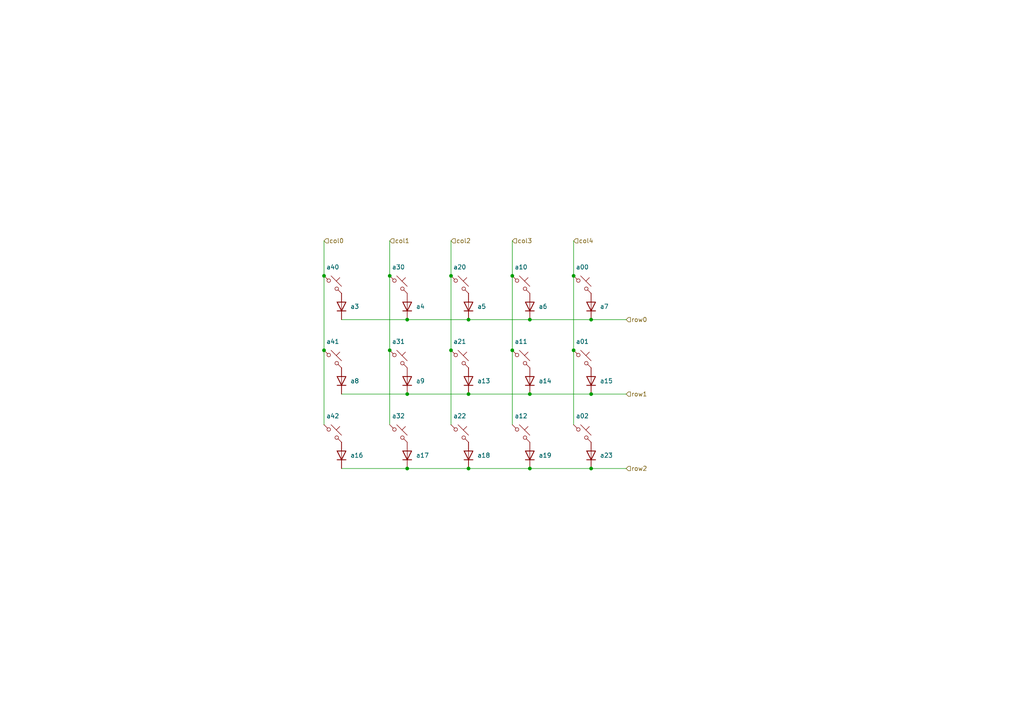
<source format=kicad_sch>
(kicad_sch
	(version 20250114)
	(generator "eeschema")
	(generator_version "9.0")
	(uuid "d79f81ef-2ce2-44f8-8c51-6b22aa17a95a")
	(paper "A4")
	(lib_symbols
		(symbol "ScottoKeebs:Placeholder_Diode"
			(pin_numbers
				(hide yes)
			)
			(pin_names
				(hide yes)
			)
			(exclude_from_sim no)
			(in_bom yes)
			(on_board yes)
			(property "Reference" "D"
				(at 0 2.54 0)
				(effects
					(font
						(size 1.27 1.27)
					)
				)
			)
			(property "Value" "Diode"
				(at 0 -2.54 0)
				(effects
					(font
						(size 1.27 1.27)
					)
				)
			)
			(property "Footprint" ""
				(at 0 0 0)
				(effects
					(font
						(size 1.27 1.27)
					)
					(hide yes)
				)
			)
			(property "Datasheet" ""
				(at 0 0 0)
				(effects
					(font
						(size 1.27 1.27)
					)
					(hide yes)
				)
			)
			(property "Description" "1N4148 (DO-35) or 1N4148W (SOD-123)"
				(at 0 0 0)
				(effects
					(font
						(size 1.27 1.27)
					)
					(hide yes)
				)
			)
			(property "Sim.Device" "D"
				(at 0 0 0)
				(effects
					(font
						(size 1.27 1.27)
					)
					(hide yes)
				)
			)
			(property "Sim.Pins" "1=K 2=A"
				(at 0 0 0)
				(effects
					(font
						(size 1.27 1.27)
					)
					(hide yes)
				)
			)
			(property "ki_keywords" "diode"
				(at 0 0 0)
				(effects
					(font
						(size 1.27 1.27)
					)
					(hide yes)
				)
			)
			(property "ki_fp_filters" "D*DO?35*"
				(at 0 0 0)
				(effects
					(font
						(size 1.27 1.27)
					)
					(hide yes)
				)
			)
			(symbol "Placeholder_Diode_0_1"
				(polyline
					(pts
						(xy -1.27 1.27) (xy -1.27 -1.27)
					)
					(stroke
						(width 0.254)
						(type default)
					)
					(fill
						(type none)
					)
				)
				(polyline
					(pts
						(xy 1.27 1.27) (xy 1.27 -1.27) (xy -1.27 0) (xy 1.27 1.27)
					)
					(stroke
						(width 0.254)
						(type default)
					)
					(fill
						(type none)
					)
				)
				(polyline
					(pts
						(xy 1.27 0) (xy -1.27 0)
					)
					(stroke
						(width 0)
						(type default)
					)
					(fill
						(type none)
					)
				)
			)
			(symbol "Placeholder_Diode_1_1"
				(pin passive line
					(at -3.81 0 0)
					(length 2.54)
					(name "K"
						(effects
							(font
								(size 1.27 1.27)
							)
						)
					)
					(number "1"
						(effects
							(font
								(size 1.27 1.27)
							)
						)
					)
				)
				(pin passive line
					(at 3.81 0 180)
					(length 2.54)
					(name "A"
						(effects
							(font
								(size 1.27 1.27)
							)
						)
					)
					(number "2"
						(effects
							(font
								(size 1.27 1.27)
							)
						)
					)
				)
			)
			(embedded_fonts no)
		)
		(symbol "ScottoKeebs:Placeholder_Keyswitch"
			(pin_numbers
				(hide yes)
			)
			(pin_names
				(offset 1.016)
				(hide yes)
			)
			(exclude_from_sim no)
			(in_bom yes)
			(on_board yes)
			(property "Reference" "S"
				(at 3.048 1.016 0)
				(effects
					(font
						(size 1.27 1.27)
					)
					(justify left)
				)
			)
			(property "Value" "Keyswitch"
				(at 0 -3.81 0)
				(effects
					(font
						(size 1.27 1.27)
					)
				)
			)
			(property "Footprint" ""
				(at 0 0 0)
				(effects
					(font
						(size 1.27 1.27)
					)
					(hide yes)
				)
			)
			(property "Datasheet" "~"
				(at 0 0 0)
				(effects
					(font
						(size 1.27 1.27)
					)
					(hide yes)
				)
			)
			(property "Description" "Push button switch, normally open, two pins, 45° tilted"
				(at 0 0 0)
				(effects
					(font
						(size 1.27 1.27)
					)
					(hide yes)
				)
			)
			(property "ki_keywords" "switch normally-open pushbutton push-button"
				(at 0 0 0)
				(effects
					(font
						(size 1.27 1.27)
					)
					(hide yes)
				)
			)
			(symbol "Placeholder_Keyswitch_0_1"
				(polyline
					(pts
						(xy -2.54 2.54) (xy -1.524 1.524) (xy -1.524 1.524)
					)
					(stroke
						(width 0)
						(type default)
					)
					(fill
						(type none)
					)
				)
				(circle
					(center -1.1684 1.1684)
					(radius 0.508)
					(stroke
						(width 0)
						(type default)
					)
					(fill
						(type none)
					)
				)
				(polyline
					(pts
						(xy -0.508 2.54) (xy 2.54 -0.508)
					)
					(stroke
						(width 0)
						(type default)
					)
					(fill
						(type none)
					)
				)
				(polyline
					(pts
						(xy 1.016 1.016) (xy 2.032 2.032)
					)
					(stroke
						(width 0)
						(type default)
					)
					(fill
						(type none)
					)
				)
				(circle
					(center 1.143 -1.1938)
					(radius 0.508)
					(stroke
						(width 0)
						(type default)
					)
					(fill
						(type none)
					)
				)
				(polyline
					(pts
						(xy 1.524 -1.524) (xy 2.54 -2.54) (xy 2.54 -2.54) (xy 2.54 -2.54)
					)
					(stroke
						(width 0)
						(type default)
					)
					(fill
						(type none)
					)
				)
				(pin passive line
					(at -2.54 2.54 0)
					(length 0)
					(name "1"
						(effects
							(font
								(size 1.27 1.27)
							)
						)
					)
					(number "1"
						(effects
							(font
								(size 1.27 1.27)
							)
						)
					)
				)
				(pin passive line
					(at 2.54 -2.54 180)
					(length 0)
					(name "2"
						(effects
							(font
								(size 1.27 1.27)
							)
						)
					)
					(number "2"
						(effects
							(font
								(size 1.27 1.27)
							)
						)
					)
				)
			)
			(embedded_fonts no)
		)
	)
	(junction
		(at 113.03 101.6)
		(diameter 0)
		(color 0 0 0 0)
		(uuid "08081039-6230-4b45-aabb-96e676e7886b")
	)
	(junction
		(at 166.37 80.01)
		(diameter 0)
		(color 0 0 0 0)
		(uuid "13260dfb-43c4-447e-89d0-a4e794027509")
	)
	(junction
		(at 166.37 101.6)
		(diameter 0)
		(color 0 0 0 0)
		(uuid "14cfae48-23c5-45bc-bacb-0a86daa05309")
	)
	(junction
		(at 118.11 114.3)
		(diameter 0)
		(color 0 0 0 0)
		(uuid "250e3059-1c21-4f21-80d9-850e7411586f")
	)
	(junction
		(at 130.81 101.6)
		(diameter 0)
		(color 0 0 0 0)
		(uuid "2ed3f03b-8cd3-47c9-8e50-7a2d0f32f732")
	)
	(junction
		(at 130.81 80.01)
		(diameter 0)
		(color 0 0 0 0)
		(uuid "3a6f4208-6e15-4ca9-ba17-342d7df42bb3")
	)
	(junction
		(at 171.45 135.89)
		(diameter 0)
		(color 0 0 0 0)
		(uuid "41df06ee-f747-461b-be26-b57571dee86a")
	)
	(junction
		(at 135.89 135.89)
		(diameter 0)
		(color 0 0 0 0)
		(uuid "4525373c-8c13-47f3-87c5-9f7b9f80651b")
	)
	(junction
		(at 118.11 135.89)
		(diameter 0)
		(color 0 0 0 0)
		(uuid "470ab3f6-ce7e-4f26-b7c4-a8386fd81516")
	)
	(junction
		(at 153.67 92.71)
		(diameter 0)
		(color 0 0 0 0)
		(uuid "493d543f-a6a3-491c-afec-c143d2d7ccaa")
	)
	(junction
		(at 135.89 114.3)
		(diameter 0)
		(color 0 0 0 0)
		(uuid "558a2997-0ec3-425e-9803-9be8840be810")
	)
	(junction
		(at 148.59 80.01)
		(diameter 0)
		(color 0 0 0 0)
		(uuid "59856812-d6cd-44bc-b13e-40362f3f6c2e")
	)
	(junction
		(at 153.67 114.3)
		(diameter 0)
		(color 0 0 0 0)
		(uuid "65f52e24-c048-4525-9d3f-c5adf109dc5b")
	)
	(junction
		(at 171.45 92.71)
		(diameter 0)
		(color 0 0 0 0)
		(uuid "81354467-ed9b-4d8a-8165-288a3d4eef59")
	)
	(junction
		(at 93.98 80.01)
		(diameter 0)
		(color 0 0 0 0)
		(uuid "89405153-6054-40ea-b071-2d0b6bf991c4")
	)
	(junction
		(at 148.59 101.6)
		(diameter 0)
		(color 0 0 0 0)
		(uuid "98f9435a-0f8b-443c-8194-f81c7d8b4ca4")
	)
	(junction
		(at 118.11 92.71)
		(diameter 0)
		(color 0 0 0 0)
		(uuid "994b5fc0-47e8-4855-919a-fe88f470550a")
	)
	(junction
		(at 171.45 114.3)
		(diameter 0)
		(color 0 0 0 0)
		(uuid "9b6059e2-1d3b-4386-84e6-82366e7f1493")
	)
	(junction
		(at 153.67 135.89)
		(diameter 0)
		(color 0 0 0 0)
		(uuid "a818000f-81e3-416a-b054-9a77be7e60c3")
	)
	(junction
		(at 135.89 92.71)
		(diameter 0)
		(color 0 0 0 0)
		(uuid "b04858bc-49b3-4e18-9a60-0a5a6a7e4292")
	)
	(junction
		(at 93.98 101.6)
		(diameter 0)
		(color 0 0 0 0)
		(uuid "de2efe03-4f2c-43d3-a5fa-47300b5fdb3f")
	)
	(junction
		(at 113.03 80.01)
		(diameter 0)
		(color 0 0 0 0)
		(uuid "f5734ff2-5090-4231-8518-a08788f6bcab")
	)
	(wire
		(pts
			(xy 171.45 135.89) (xy 181.61 135.89)
		)
		(stroke
			(width 0)
			(type default)
		)
		(uuid "0f426b54-d49a-4e7a-b208-06cf12b691d6")
	)
	(wire
		(pts
			(xy 93.98 69.85) (xy 93.98 80.01)
		)
		(stroke
			(width 0)
			(type default)
		)
		(uuid "119426b6-76e3-445c-84a3-e97ef4acb639")
	)
	(wire
		(pts
			(xy 113.03 101.6) (xy 113.03 123.19)
		)
		(stroke
			(width 0)
			(type default)
		)
		(uuid "172e06bc-bccc-4904-aec4-b0c61e5da1e1")
	)
	(wire
		(pts
			(xy 99.06 92.71) (xy 118.11 92.71)
		)
		(stroke
			(width 0)
			(type default)
		)
		(uuid "1923fe21-e78c-471a-b9c8-8422e8c15d87")
	)
	(wire
		(pts
			(xy 130.81 69.85) (xy 130.81 80.01)
		)
		(stroke
			(width 0)
			(type default)
		)
		(uuid "1b6fb519-9df7-491e-8873-e3ea8c53ec64")
	)
	(wire
		(pts
			(xy 113.03 80.01) (xy 113.03 101.6)
		)
		(stroke
			(width 0)
			(type default)
		)
		(uuid "1b9d533a-acb4-4df8-ac13-f1cf5b923c07")
	)
	(wire
		(pts
			(xy 135.89 135.89) (xy 153.67 135.89)
		)
		(stroke
			(width 0)
			(type default)
		)
		(uuid "2454b295-0927-46be-963a-7ed79a0c793a")
	)
	(wire
		(pts
			(xy 113.03 69.85) (xy 113.03 80.01)
		)
		(stroke
			(width 0)
			(type default)
		)
		(uuid "4a9ffffb-97a9-4bae-aed3-4abada6dc839")
	)
	(wire
		(pts
			(xy 135.89 114.3) (xy 153.67 114.3)
		)
		(stroke
			(width 0)
			(type default)
		)
		(uuid "4fd0c0ba-3af5-4d35-b473-5dae9a620e04")
	)
	(wire
		(pts
			(xy 153.67 92.71) (xy 171.45 92.71)
		)
		(stroke
			(width 0)
			(type default)
		)
		(uuid "60e83b58-94f2-422c-a39c-7c41cf4cf38b")
	)
	(wire
		(pts
			(xy 166.37 80.01) (xy 166.37 101.6)
		)
		(stroke
			(width 0)
			(type default)
		)
		(uuid "71e3baf7-0f78-4454-814f-f89b7eae6b80")
	)
	(wire
		(pts
			(xy 153.67 114.3) (xy 171.45 114.3)
		)
		(stroke
			(width 0)
			(type default)
		)
		(uuid "7e0ed225-fff0-466d-8718-0cf555089670")
	)
	(wire
		(pts
			(xy 130.81 80.01) (xy 130.81 101.6)
		)
		(stroke
			(width 0)
			(type default)
		)
		(uuid "80d5594e-ef07-4175-a6df-6f118dcbe3e5")
	)
	(wire
		(pts
			(xy 148.59 101.6) (xy 148.59 123.19)
		)
		(stroke
			(width 0)
			(type default)
		)
		(uuid "876cbf97-bda4-4a39-8384-3babe4a10f50")
	)
	(wire
		(pts
			(xy 148.59 69.85) (xy 148.59 80.01)
		)
		(stroke
			(width 0)
			(type default)
		)
		(uuid "89fe2985-ce89-4a85-951b-940621965760")
	)
	(wire
		(pts
			(xy 153.67 135.89) (xy 171.45 135.89)
		)
		(stroke
			(width 0)
			(type default)
		)
		(uuid "8a9983a2-e425-49ad-9290-d7c8779d1bc8")
	)
	(wire
		(pts
			(xy 99.06 135.89) (xy 118.11 135.89)
		)
		(stroke
			(width 0)
			(type default)
		)
		(uuid "8cd8d74f-c335-4728-9844-d065e6d4538e")
	)
	(wire
		(pts
			(xy 135.89 92.71) (xy 153.67 92.71)
		)
		(stroke
			(width 0)
			(type default)
		)
		(uuid "991fa906-3a27-46b1-aab7-92c93bfc967b")
	)
	(wire
		(pts
			(xy 99.06 114.3) (xy 118.11 114.3)
		)
		(stroke
			(width 0)
			(type default)
		)
		(uuid "aaeadbc7-16c3-42ff-a86c-02eab2c41d8f")
	)
	(wire
		(pts
			(xy 118.11 135.89) (xy 135.89 135.89)
		)
		(stroke
			(width 0)
			(type default)
		)
		(uuid "ad8fcd35-5687-4815-a1ea-4146c90c139c")
	)
	(wire
		(pts
			(xy 118.11 114.3) (xy 135.89 114.3)
		)
		(stroke
			(width 0)
			(type default)
		)
		(uuid "afa4d1e7-aff1-490b-a1ee-1ed665956502")
	)
	(wire
		(pts
			(xy 166.37 69.85) (xy 166.37 80.01)
		)
		(stroke
			(width 0)
			(type default)
		)
		(uuid "b240102e-be4b-4ac9-83fa-c01c17abd0c2")
	)
	(wire
		(pts
			(xy 171.45 92.71) (xy 181.61 92.71)
		)
		(stroke
			(width 0)
			(type default)
		)
		(uuid "b2ce4bc2-5425-4204-93e6-d7c664b5381b")
	)
	(wire
		(pts
			(xy 130.81 101.6) (xy 130.81 123.19)
		)
		(stroke
			(width 0)
			(type default)
		)
		(uuid "bd40b086-858a-4c03-a227-bfeccc47575c")
	)
	(wire
		(pts
			(xy 148.59 80.01) (xy 148.59 101.6)
		)
		(stroke
			(width 0)
			(type default)
		)
		(uuid "c6bfc64f-d342-40ac-9f16-98fca3b530ed")
	)
	(wire
		(pts
			(xy 166.37 101.6) (xy 166.37 123.19)
		)
		(stroke
			(width 0)
			(type default)
		)
		(uuid "d448eb00-e18f-4c89-b514-c82fde53acff")
	)
	(wire
		(pts
			(xy 93.98 101.6) (xy 93.98 123.19)
		)
		(stroke
			(width 0)
			(type default)
		)
		(uuid "d508723f-873c-43fb-91e3-4bf32792fca7")
	)
	(wire
		(pts
			(xy 171.45 114.3) (xy 181.61 114.3)
		)
		(stroke
			(width 0)
			(type default)
		)
		(uuid "e865f9d4-a083-4d04-8927-a06eb8a4d101")
	)
	(wire
		(pts
			(xy 118.11 92.71) (xy 135.89 92.71)
		)
		(stroke
			(width 0)
			(type default)
		)
		(uuid "f3088ede-b5de-479d-bd88-f8280d6e8127")
	)
	(wire
		(pts
			(xy 93.98 80.01) (xy 93.98 101.6)
		)
		(stroke
			(width 0)
			(type default)
		)
		(uuid "fd024e57-d76c-4e67-85c7-a1fc155d4d89")
	)
	(hierarchical_label "row2"
		(shape input)
		(at 181.61 135.89 0)
		(effects
			(font
				(size 1.27 1.27)
			)
			(justify left)
		)
		(uuid "212a36cb-0fa9-4eba-9d53-4a933c810d0e")
	)
	(hierarchical_label "col1"
		(shape input)
		(at 113.03 69.85 0)
		(effects
			(font
				(size 1.27 1.27)
			)
			(justify left)
		)
		(uuid "2f5a41fd-ad1d-42de-bef3-dedea909553c")
	)
	(hierarchical_label "row0"
		(shape input)
		(at 181.61 92.71 0)
		(effects
			(font
				(size 1.27 1.27)
			)
			(justify left)
		)
		(uuid "3168d782-dce9-4adc-ab50-cd9d7021859c")
	)
	(hierarchical_label "col2"
		(shape input)
		(at 130.81 69.85 0)
		(effects
			(font
				(size 1.27 1.27)
			)
			(justify left)
		)
		(uuid "3915e8f8-7e66-4d3c-9a6a-47b4bc99b97d")
	)
	(hierarchical_label "col4"
		(shape input)
		(at 166.37 69.85 0)
		(effects
			(font
				(size 1.27 1.27)
			)
			(justify left)
		)
		(uuid "505ffa35-73f9-48e9-aa35-0314adcb8e8f")
	)
	(hierarchical_label "col3"
		(shape input)
		(at 148.59 69.85 0)
		(effects
			(font
				(size 1.27 1.27)
			)
			(justify left)
		)
		(uuid "86caf4f9-cbfa-4f52-b02b-a8e8617a1da6")
	)
	(hierarchical_label "col0"
		(shape input)
		(at 93.98 69.85 0)
		(effects
			(font
				(size 1.27 1.27)
			)
			(justify left)
		)
		(uuid "be3064c5-01bd-4653-bf6b-ff4f5ceb9e6d")
	)
	(hierarchical_label "row1"
		(shape input)
		(at 181.61 114.3 0)
		(effects
			(font
				(size 1.27 1.27)
			)
			(justify left)
		)
		(uuid "da764f83-22c5-4ed2-84c0-6c91307765b2")
	)
	(symbol
		(lib_id "ScottoKeebs:Placeholder_Diode")
		(at 118.11 88.9 90)
		(unit 1)
		(exclude_from_sim no)
		(in_bom yes)
		(on_board yes)
		(dnp no)
		(fields_autoplaced yes)
		(uuid "059ca16d-56b3-4c73-964d-32bca416567a")
		(property "Reference" "a4"
			(at 120.65 88.8999 90)
			(effects
				(font
					(size 1.27 1.27)
				)
				(justify right)
			)
		)
		(property "Value" "Diode"
			(at 120.65 90.1699 90)
			(effects
				(font
					(size 1.27 1.27)
				)
				(justify right)
				(hide yes)
			)
		)
		(property "Footprint" "ScottoKeebs_Components:Diode_SOD-123"
			(at 118.11 88.9 0)
			(effects
				(font
					(size 1.27 1.27)
				)
				(hide yes)
			)
		)
		(property "Datasheet" ""
			(at 118.11 88.9 0)
			(effects
				(font
					(size 1.27 1.27)
				)
				(hide yes)
			)
		)
		(property "Description" "1N4148 (DO-35) or 1N4148W (SOD-123)"
			(at 118.11 88.9 0)
			(effects
				(font
					(size 1.27 1.27)
				)
				(hide yes)
			)
		)
		(property "Sim.Device" "D"
			(at 118.11 88.9 0)
			(effects
				(font
					(size 1.27 1.27)
				)
				(hide yes)
			)
		)
		(property "Sim.Pins" "1=K 2=A"
			(at 118.11 88.9 0)
			(effects
				(font
					(size 1.27 1.27)
				)
				(hide yes)
			)
		)
		(pin "2"
			(uuid "97ab3cc1-c6ab-42db-aa04-cdb2bcf2145a")
		)
		(pin "1"
			(uuid "b9042115-76f1-437a-82c9-1c3fefb04e74")
		)
		(instances
			(project "singlepcbino"
				(path "/d56fbeaf-dcff-40eb-93ec-294284ae080f/64000328-daa8-46ee-b3dc-2f90358fe1f4"
					(reference "a4")
					(unit 1)
				)
				(path "/d56fbeaf-dcff-40eb-93ec-294284ae080f/a77a7422-2b42-4d41-ae20-25ae7b9fea01"
					(reference "a2")
					(unit 1)
				)
			)
		)
	)
	(symbol
		(lib_id "ScottoKeebs:Placeholder_Keyswitch")
		(at 96.52 125.73 0)
		(unit 1)
		(exclude_from_sim no)
		(in_bom yes)
		(on_board yes)
		(dnp no)
		(fields_autoplaced yes)
		(uuid "05a5a4b2-3916-4de0-984e-4ebd90fab98b")
		(property "Reference" "S21"
			(at 96.52 118.11 0)
			(effects
				(font
					(size 1.27 1.27)
				)
				(hide yes)
			)
		)
		(property "Value" "a42"
			(at 96.52 120.65 0)
			(effects
				(font
					(size 1.27 1.27)
				)
			)
		)
		(property "Footprint" "daprice_keyswitches:Kailh_socket_MX"
			(at 96.52 125.73 0)
			(effects
				(font
					(size 1.27 1.27)
				)
				(hide yes)
			)
		)
		(property "Datasheet" "~"
			(at 96.52 125.73 0)
			(effects
				(font
					(size 1.27 1.27)
				)
				(hide yes)
			)
		)
		(property "Description" "Push button switch, normally open, two pins, 45° tilted"
			(at 96.52 125.73 0)
			(effects
				(font
					(size 1.27 1.27)
				)
				(hide yes)
			)
		)
		(pin "1"
			(uuid "b8642591-15fd-4893-be3b-cb8ba662f147")
		)
		(pin "2"
			(uuid "255c000a-c332-446b-a1f1-b4654c53419c")
		)
		(instances
			(project "singlepcbino"
				(path "/d56fbeaf-dcff-40eb-93ec-294284ae080f/64000328-daa8-46ee-b3dc-2f90358fe1f4"
					(reference "S21")
					(unit 1)
				)
				(path "/d56fbeaf-dcff-40eb-93ec-294284ae080f/a77a7422-2b42-4d41-ae20-25ae7b9fea01"
					(reference "S24")
					(unit 1)
				)
			)
		)
	)
	(symbol
		(lib_id "ScottoKeebs:Placeholder_Keyswitch")
		(at 133.35 125.73 0)
		(unit 1)
		(exclude_from_sim no)
		(in_bom yes)
		(on_board yes)
		(dnp no)
		(fields_autoplaced yes)
		(uuid "079e736f-7b3f-4599-a10e-df40e703560a")
		(property "Reference" "S23"
			(at 133.35 118.11 0)
			(effects
				(font
					(size 1.27 1.27)
				)
				(hide yes)
			)
		)
		(property "Value" "a22"
			(at 133.35 120.65 0)
			(effects
				(font
					(size 1.27 1.27)
				)
			)
		)
		(property "Footprint" "daprice_keyswitches:Kailh_socket_MX"
			(at 133.35 125.73 0)
			(effects
				(font
					(size 1.27 1.27)
				)
				(hide yes)
			)
		)
		(property "Datasheet" "~"
			(at 133.35 125.73 0)
			(effects
				(font
					(size 1.27 1.27)
				)
				(hide yes)
			)
		)
		(property "Description" "Push button switch, normally open, two pins, 45° tilted"
			(at 133.35 125.73 0)
			(effects
				(font
					(size 1.27 1.27)
				)
				(hide yes)
			)
		)
		(pin "1"
			(uuid "d10256ac-d790-4e82-95a3-e8e39dad8210")
		)
		(pin "2"
			(uuid "2927c3f6-cccf-4a1e-93d3-d5d72beba96a")
		)
		(instances
			(project "singlepcbino"
				(path "/d56fbeaf-dcff-40eb-93ec-294284ae080f/64000328-daa8-46ee-b3dc-2f90358fe1f4"
					(reference "S23")
					(unit 1)
				)
				(path "/d56fbeaf-dcff-40eb-93ec-294284ae080f/a77a7422-2b42-4d41-ae20-25ae7b9fea01"
					(reference "S26")
					(unit 1)
				)
			)
		)
	)
	(symbol
		(lib_id "ScottoKeebs:Placeholder_Diode")
		(at 171.45 110.49 90)
		(unit 1)
		(exclude_from_sim no)
		(in_bom yes)
		(on_board yes)
		(dnp no)
		(fields_autoplaced yes)
		(uuid "12cab0d5-094a-4e14-83be-2aeb2ebfd743")
		(property "Reference" "a15"
			(at 173.99 110.4899 90)
			(effects
				(font
					(size 1.27 1.27)
				)
				(justify right)
			)
		)
		(property "Value" "Diode"
			(at 173.99 111.7599 90)
			(effects
				(font
					(size 1.27 1.27)
				)
				(justify right)
				(hide yes)
			)
		)
		(property "Footprint" "ScottoKeebs_Components:Diode_SOD-123"
			(at 171.45 110.49 0)
			(effects
				(font
					(size 1.27 1.27)
				)
				(hide yes)
			)
		)
		(property "Datasheet" ""
			(at 171.45 110.49 0)
			(effects
				(font
					(size 1.27 1.27)
				)
				(hide yes)
			)
		)
		(property "Description" "1N4148 (DO-35) or 1N4148W (SOD-123)"
			(at 171.45 110.49 0)
			(effects
				(font
					(size 1.27 1.27)
				)
				(hide yes)
			)
		)
		(property "Sim.Device" "D"
			(at 171.45 110.49 0)
			(effects
				(font
					(size 1.27 1.27)
				)
				(hide yes)
			)
		)
		(property "Sim.Pins" "1=K 2=A"
			(at 171.45 110.49 0)
			(effects
				(font
					(size 1.27 1.27)
				)
				(hide yes)
			)
		)
		(pin "2"
			(uuid "5a537e2f-7a93-407d-9c00-eedbcb862e00")
		)
		(pin "1"
			(uuid "a6190fff-9a31-49dd-bd1e-0cfee09e73f2")
		)
		(instances
			(project "singlepcbino"
				(path "/d56fbeaf-dcff-40eb-93ec-294284ae080f/64000328-daa8-46ee-b3dc-2f90358fe1f4"
					(reference "a15")
					(unit 1)
				)
				(path "/d56fbeaf-dcff-40eb-93ec-294284ae080f/a77a7422-2b42-4d41-ae20-25ae7b9fea01"
					(reference "a25")
					(unit 1)
				)
			)
		)
	)
	(symbol
		(lib_id "ScottoKeebs:Placeholder_Keyswitch")
		(at 151.13 125.73 0)
		(unit 1)
		(exclude_from_sim no)
		(in_bom yes)
		(on_board yes)
		(dnp no)
		(fields_autoplaced yes)
		(uuid "13435cfa-24d4-4cda-9610-31ac75810ae1")
		(property "Reference" "S28"
			(at 151.13 118.11 0)
			(effects
				(font
					(size 1.27 1.27)
				)
				(hide yes)
			)
		)
		(property "Value" "a12"
			(at 151.13 120.65 0)
			(effects
				(font
					(size 1.27 1.27)
				)
			)
		)
		(property "Footprint" "daprice_keyswitches:Kailh_socket_MX"
			(at 151.13 125.73 0)
			(effects
				(font
					(size 1.27 1.27)
				)
				(hide yes)
			)
		)
		(property "Datasheet" "~"
			(at 151.13 125.73 0)
			(effects
				(font
					(size 1.27 1.27)
				)
				(hide yes)
			)
		)
		(property "Description" "Push button switch, normally open, two pins, 45° tilted"
			(at 151.13 125.73 0)
			(effects
				(font
					(size 1.27 1.27)
				)
				(hide yes)
			)
		)
		(pin "1"
			(uuid "e756e4b6-0cf5-4d90-9979-a4a59fdfa1ed")
		)
		(pin "2"
			(uuid "b83385fa-e564-4243-9bcc-7733628d1325")
		)
		(instances
			(project "singlepcbino"
				(path "/d56fbeaf-dcff-40eb-93ec-294284ae080f/64000328-daa8-46ee-b3dc-2f90358fe1f4"
					(reference "S28")
					(unit 1)
				)
				(path "/d56fbeaf-dcff-40eb-93ec-294284ae080f/a77a7422-2b42-4d41-ae20-25ae7b9fea01"
					(reference "S27")
					(unit 1)
				)
			)
		)
	)
	(symbol
		(lib_id "ScottoKeebs:Placeholder_Keyswitch")
		(at 96.52 104.14 0)
		(unit 1)
		(exclude_from_sim no)
		(in_bom yes)
		(on_board yes)
		(dnp no)
		(fields_autoplaced yes)
		(uuid "16f3db43-e95d-4d58-b18d-ebcc3e3a3a75")
		(property "Reference" "S11"
			(at 96.52 96.52 0)
			(effects
				(font
					(size 1.27 1.27)
				)
				(hide yes)
			)
		)
		(property "Value" "a41"
			(at 96.52 99.06 0)
			(effects
				(font
					(size 1.27 1.27)
				)
			)
		)
		(property "Footprint" "daprice_keyswitches:Kailh_socket_MX"
			(at 96.52 104.14 0)
			(effects
				(font
					(size 1.27 1.27)
				)
				(hide yes)
			)
		)
		(property "Datasheet" "~"
			(at 96.52 104.14 0)
			(effects
				(font
					(size 1.27 1.27)
				)
				(hide yes)
			)
		)
		(property "Description" "Push button switch, normally open, two pins, 45° tilted"
			(at 96.52 104.14 0)
			(effects
				(font
					(size 1.27 1.27)
				)
				(hide yes)
			)
		)
		(pin "1"
			(uuid "404b2861-71c3-4c2a-b30d-2b8cc16ce76d")
		)
		(pin "2"
			(uuid "0402876d-9cbb-4a21-bb6b-30d818272868")
		)
		(instances
			(project "singlepcbino"
				(path "/d56fbeaf-dcff-40eb-93ec-294284ae080f/64000328-daa8-46ee-b3dc-2f90358fe1f4"
					(reference "S11")
					(unit 1)
				)
				(path "/d56fbeaf-dcff-40eb-93ec-294284ae080f/a77a7422-2b42-4d41-ae20-25ae7b9fea01"
					(reference "S15")
					(unit 1)
				)
			)
		)
	)
	(symbol
		(lib_id "ScottoKeebs:Placeholder_Diode")
		(at 99.06 88.9 90)
		(unit 1)
		(exclude_from_sim no)
		(in_bom yes)
		(on_board yes)
		(dnp no)
		(fields_autoplaced yes)
		(uuid "2d12da04-fe0b-4862-bff3-ddaca7fb25f4")
		(property "Reference" "a3"
			(at 101.6 88.8999 90)
			(effects
				(font
					(size 1.27 1.27)
				)
				(justify right)
			)
		)
		(property "Value" "Diode"
			(at 101.6 90.1699 90)
			(effects
				(font
					(size 1.27 1.27)
				)
				(justify right)
				(hide yes)
			)
		)
		(property "Footprint" "ScottoKeebs_Components:Diode_SOD-123"
			(at 99.06 88.9 0)
			(effects
				(font
					(size 1.27 1.27)
				)
				(hide yes)
			)
		)
		(property "Datasheet" ""
			(at 99.06 88.9 0)
			(effects
				(font
					(size 1.27 1.27)
				)
				(hide yes)
			)
		)
		(property "Description" "1N4148 (DO-35) or 1N4148W (SOD-123)"
			(at 99.06 88.9 0)
			(effects
				(font
					(size 1.27 1.27)
				)
				(hide yes)
			)
		)
		(property "Sim.Device" "D"
			(at 99.06 88.9 0)
			(effects
				(font
					(size 1.27 1.27)
				)
				(hide yes)
			)
		)
		(property "Sim.Pins" "1=K 2=A"
			(at 99.06 88.9 0)
			(effects
				(font
					(size 1.27 1.27)
				)
				(hide yes)
			)
		)
		(pin "2"
			(uuid "7a7cae5a-d948-41f2-a8eb-3d005703e58b")
		)
		(pin "1"
			(uuid "2683ae92-ae67-44c8-bacd-6532367a6c76")
		)
		(instances
			(project "singlepcbino"
				(path "/d56fbeaf-dcff-40eb-93ec-294284ae080f/64000328-daa8-46ee-b3dc-2f90358fe1f4"
					(reference "a3")
					(unit 1)
				)
				(path "/d56fbeaf-dcff-40eb-93ec-294284ae080f/a77a7422-2b42-4d41-ae20-25ae7b9fea01"
					(reference "a1")
					(unit 1)
				)
			)
		)
	)
	(symbol
		(lib_id "ScottoKeebs:Placeholder_Diode")
		(at 118.11 132.08 90)
		(unit 1)
		(exclude_from_sim no)
		(in_bom yes)
		(on_board yes)
		(dnp no)
		(fields_autoplaced yes)
		(uuid "3d6d932c-8aa5-412c-a4cc-1a0a900728f1")
		(property "Reference" "a17"
			(at 120.65 132.0799 90)
			(effects
				(font
					(size 1.27 1.27)
				)
				(justify right)
			)
		)
		(property "Value" "Diode"
			(at 120.65 133.3499 90)
			(effects
				(font
					(size 1.27 1.27)
				)
				(justify right)
				(hide yes)
			)
		)
		(property "Footprint" "ScottoKeebs_Components:Diode_SOD-123"
			(at 118.11 132.08 0)
			(effects
				(font
					(size 1.27 1.27)
				)
				(hide yes)
			)
		)
		(property "Datasheet" ""
			(at 118.11 132.08 0)
			(effects
				(font
					(size 1.27 1.27)
				)
				(hide yes)
			)
		)
		(property "Description" "1N4148 (DO-35) or 1N4148W (SOD-123)"
			(at 118.11 132.08 0)
			(effects
				(font
					(size 1.27 1.27)
				)
				(hide yes)
			)
		)
		(property "Sim.Device" "D"
			(at 118.11 132.08 0)
			(effects
				(font
					(size 1.27 1.27)
				)
				(hide yes)
			)
		)
		(property "Sim.Pins" "1=K 2=A"
			(at 118.11 132.08 0)
			(effects
				(font
					(size 1.27 1.27)
				)
				(hide yes)
			)
		)
		(pin "2"
			(uuid "593fa6d6-102c-43e8-abba-618916da5804")
		)
		(pin "1"
			(uuid "9251c409-3759-4728-809a-e31952353eff")
		)
		(instances
			(project "singlepcbino"
				(path "/d56fbeaf-dcff-40eb-93ec-294284ae080f/64000328-daa8-46ee-b3dc-2f90358fe1f4"
					(reference "a17")
					(unit 1)
				)
				(path "/d56fbeaf-dcff-40eb-93ec-294284ae080f/a77a7422-2b42-4d41-ae20-25ae7b9fea01"
					(reference "a27")
					(unit 1)
				)
			)
		)
	)
	(symbol
		(lib_id "ScottoKeebs:Placeholder_Keyswitch")
		(at 168.91 104.14 0)
		(unit 1)
		(exclude_from_sim no)
		(in_bom yes)
		(on_board yes)
		(dnp no)
		(fields_autoplaced yes)
		(uuid "3de56709-474f-4212-9983-dedab4595e39")
		(property "Reference" "S20"
			(at 168.91 96.52 0)
			(effects
				(font
					(size 1.27 1.27)
				)
				(hide yes)
			)
		)
		(property "Value" "a01"
			(at 168.91 99.06 0)
			(effects
				(font
					(size 1.27 1.27)
				)
			)
		)
		(property "Footprint" "daprice_keyswitches:Kailh_socket_MX"
			(at 168.91 104.14 0)
			(effects
				(font
					(size 1.27 1.27)
				)
				(hide yes)
			)
		)
		(property "Datasheet" "~"
			(at 168.91 104.14 0)
			(effects
				(font
					(size 1.27 1.27)
				)
				(hide yes)
			)
		)
		(property "Description" "Push button switch, normally open, two pins, 45° tilted"
			(at 168.91 104.14 0)
			(effects
				(font
					(size 1.27 1.27)
				)
				(hide yes)
			)
		)
		(pin "1"
			(uuid "def186bc-1a81-497e-9fda-def27205a4bb")
		)
		(pin "2"
			(uuid "c6b6b78d-7cff-46e4-93f5-0cd7930fb3ae")
		)
		(instances
			(project "singlepcbino"
				(path "/d56fbeaf-dcff-40eb-93ec-294284ae080f/64000328-daa8-46ee-b3dc-2f90358fe1f4"
					(reference "S20")
					(unit 1)
				)
				(path "/d56fbeaf-dcff-40eb-93ec-294284ae080f/a77a7422-2b42-4d41-ae20-25ae7b9fea01"
					(reference "S19")
					(unit 1)
				)
			)
		)
	)
	(symbol
		(lib_id "ScottoKeebs:Placeholder_Keyswitch")
		(at 96.52 82.55 0)
		(unit 1)
		(exclude_from_sim no)
		(in_bom yes)
		(on_board yes)
		(dnp no)
		(fields_autoplaced yes)
		(uuid "42bd3561-e1b8-4d59-b2eb-0519db6a7ca8")
		(property "Reference" "S1"
			(at 96.52 74.93 0)
			(effects
				(font
					(size 1.27 1.27)
				)
				(hide yes)
			)
		)
		(property "Value" "a40"
			(at 96.52 77.47 0)
			(effects
				(font
					(size 1.27 1.27)
				)
			)
		)
		(property "Footprint" "daprice_keyswitches:Kailh_socket_MX"
			(at 96.52 82.55 0)
			(effects
				(font
					(size 1.27 1.27)
				)
				(hide yes)
			)
		)
		(property "Datasheet" "~"
			(at 96.52 82.55 0)
			(effects
				(font
					(size 1.27 1.27)
				)
				(hide yes)
			)
		)
		(property "Description" "Push button switch, normally open, two pins, 45° tilted"
			(at 96.52 82.55 0)
			(effects
				(font
					(size 1.27 1.27)
				)
				(hide yes)
			)
		)
		(pin "1"
			(uuid "f9473272-091c-41b3-bc32-22947e9150f8")
		)
		(pin "2"
			(uuid "d4797cd2-58bd-4ef3-a911-db4f84def159")
		)
		(instances
			(project "singlepcbino"
				(path "/d56fbeaf-dcff-40eb-93ec-294284ae080f/64000328-daa8-46ee-b3dc-2f90358fe1f4"
					(reference "S1")
					(unit 1)
				)
				(path "/d56fbeaf-dcff-40eb-93ec-294284ae080f/a77a7422-2b42-4d41-ae20-25ae7b9fea01"
					(reference "S5")
					(unit 1)
				)
			)
		)
	)
	(symbol
		(lib_id "ScottoKeebs:Placeholder_Keyswitch")
		(at 115.57 125.73 0)
		(unit 1)
		(exclude_from_sim no)
		(in_bom yes)
		(on_board yes)
		(dnp no)
		(fields_autoplaced yes)
		(uuid "4c40f874-f760-44c6-a110-fce2ee6a3a56")
		(property "Reference" "S22"
			(at 115.57 118.11 0)
			(effects
				(font
					(size 1.27 1.27)
				)
				(hide yes)
			)
		)
		(property "Value" "a32"
			(at 115.57 120.65 0)
			(effects
				(font
					(size 1.27 1.27)
				)
			)
		)
		(property "Footprint" "daprice_keyswitches:Kailh_socket_MX"
			(at 115.57 125.73 0)
			(effects
				(font
					(size 1.27 1.27)
				)
				(hide yes)
			)
		)
		(property "Datasheet" "~"
			(at 115.57 125.73 0)
			(effects
				(font
					(size 1.27 1.27)
				)
				(hide yes)
			)
		)
		(property "Description" "Push button switch, normally open, two pins, 45° tilted"
			(at 115.57 125.73 0)
			(effects
				(font
					(size 1.27 1.27)
				)
				(hide yes)
			)
		)
		(pin "1"
			(uuid "def10f59-6041-49d0-9311-4e24ad58ccaa")
		)
		(pin "2"
			(uuid "efa417fb-67de-41d1-8839-84cff795ae1d")
		)
		(instances
			(project "singlepcbino"
				(path "/d56fbeaf-dcff-40eb-93ec-294284ae080f/64000328-daa8-46ee-b3dc-2f90358fe1f4"
					(reference "S22")
					(unit 1)
				)
				(path "/d56fbeaf-dcff-40eb-93ec-294284ae080f/a77a7422-2b42-4d41-ae20-25ae7b9fea01"
					(reference "S25")
					(unit 1)
				)
			)
		)
	)
	(symbol
		(lib_id "ScottoKeebs:Placeholder_Diode")
		(at 153.67 110.49 90)
		(unit 1)
		(exclude_from_sim no)
		(in_bom yes)
		(on_board yes)
		(dnp no)
		(fields_autoplaced yes)
		(uuid "4e431688-9966-4113-8739-417f122019c7")
		(property "Reference" "a14"
			(at 156.21 110.4899 90)
			(effects
				(font
					(size 1.27 1.27)
				)
				(justify right)
			)
		)
		(property "Value" "Diode"
			(at 156.21 111.7599 90)
			(effects
				(font
					(size 1.27 1.27)
				)
				(justify right)
				(hide yes)
			)
		)
		(property "Footprint" "ScottoKeebs_Components:Diode_SOD-123"
			(at 153.67 110.49 0)
			(effects
				(font
					(size 1.27 1.27)
				)
				(hide yes)
			)
		)
		(property "Datasheet" ""
			(at 153.67 110.49 0)
			(effects
				(font
					(size 1.27 1.27)
				)
				(hide yes)
			)
		)
		(property "Description" "1N4148 (DO-35) or 1N4148W (SOD-123)"
			(at 153.67 110.49 0)
			(effects
				(font
					(size 1.27 1.27)
				)
				(hide yes)
			)
		)
		(property "Sim.Device" "D"
			(at 153.67 110.49 0)
			(effects
				(font
					(size 1.27 1.27)
				)
				(hide yes)
			)
		)
		(property "Sim.Pins" "1=K 2=A"
			(at 153.67 110.49 0)
			(effects
				(font
					(size 1.27 1.27)
				)
				(hide yes)
			)
		)
		(pin "2"
			(uuid "2ed999a8-62a1-4d6b-bd4f-1f336e159e34")
		)
		(pin "1"
			(uuid "e3f6ec12-c484-4b95-b431-ac191e596ae1")
		)
		(instances
			(project "singlepcbino"
				(path "/d56fbeaf-dcff-40eb-93ec-294284ae080f/64000328-daa8-46ee-b3dc-2f90358fe1f4"
					(reference "a14")
					(unit 1)
				)
				(path "/d56fbeaf-dcff-40eb-93ec-294284ae080f/a77a7422-2b42-4d41-ae20-25ae7b9fea01"
					(reference "a24")
					(unit 1)
				)
			)
		)
	)
	(symbol
		(lib_id "ScottoKeebs:Placeholder_Diode")
		(at 171.45 88.9 90)
		(unit 1)
		(exclude_from_sim no)
		(in_bom yes)
		(on_board yes)
		(dnp no)
		(fields_autoplaced yes)
		(uuid "6709bf67-6636-464d-aba0-a67f31b1ec63")
		(property "Reference" "a7"
			(at 173.99 88.8999 90)
			(effects
				(font
					(size 1.27 1.27)
				)
				(justify right)
			)
		)
		(property "Value" "Diode"
			(at 173.99 90.1699 90)
			(effects
				(font
					(size 1.27 1.27)
				)
				(justify right)
				(hide yes)
			)
		)
		(property "Footprint" "ScottoKeebs_Components:Diode_SOD-123"
			(at 171.45 88.9 0)
			(effects
				(font
					(size 1.27 1.27)
				)
				(hide yes)
			)
		)
		(property "Datasheet" ""
			(at 171.45 88.9 0)
			(effects
				(font
					(size 1.27 1.27)
				)
				(hide yes)
			)
		)
		(property "Description" "1N4148 (DO-35) or 1N4148W (SOD-123)"
			(at 171.45 88.9 0)
			(effects
				(font
					(size 1.27 1.27)
				)
				(hide yes)
			)
		)
		(property "Sim.Device" "D"
			(at 171.45 88.9 0)
			(effects
				(font
					(size 1.27 1.27)
				)
				(hide yes)
			)
		)
		(property "Sim.Pins" "1=K 2=A"
			(at 171.45 88.9 0)
			(effects
				(font
					(size 1.27 1.27)
				)
				(hide yes)
			)
		)
		(pin "2"
			(uuid "d3630bdb-7321-4234-995b-fd91f6b89953")
		)
		(pin "1"
			(uuid "da1d5a9b-7279-4bb2-a08e-3f3190f92e88")
		)
		(instances
			(project "singlepcbino"
				(path "/d56fbeaf-dcff-40eb-93ec-294284ae080f/64000328-daa8-46ee-b3dc-2f90358fe1f4"
					(reference "a7")
					(unit 1)
				)
				(path "/d56fbeaf-dcff-40eb-93ec-294284ae080f/a77a7422-2b42-4d41-ae20-25ae7b9fea01"
					(reference "a12")
					(unit 1)
				)
			)
		)
	)
	(symbol
		(lib_id "ScottoKeebs:Placeholder_Diode")
		(at 135.89 110.49 90)
		(unit 1)
		(exclude_from_sim no)
		(in_bom yes)
		(on_board yes)
		(dnp no)
		(fields_autoplaced yes)
		(uuid "708b3210-421c-4552-afca-ce7abfbae252")
		(property "Reference" "a13"
			(at 138.43 110.4899 90)
			(effects
				(font
					(size 1.27 1.27)
				)
				(justify right)
			)
		)
		(property "Value" "Diode"
			(at 138.43 111.7599 90)
			(effects
				(font
					(size 1.27 1.27)
				)
				(justify right)
				(hide yes)
			)
		)
		(property "Footprint" "ScottoKeebs_Components:Diode_SOD-123"
			(at 135.89 110.49 0)
			(effects
				(font
					(size 1.27 1.27)
				)
				(hide yes)
			)
		)
		(property "Datasheet" ""
			(at 135.89 110.49 0)
			(effects
				(font
					(size 1.27 1.27)
				)
				(hide yes)
			)
		)
		(property "Description" "1N4148 (DO-35) or 1N4148W (SOD-123)"
			(at 135.89 110.49 0)
			(effects
				(font
					(size 1.27 1.27)
				)
				(hide yes)
			)
		)
		(property "Sim.Device" "D"
			(at 135.89 110.49 0)
			(effects
				(font
					(size 1.27 1.27)
				)
				(hide yes)
			)
		)
		(property "Sim.Pins" "1=K 2=A"
			(at 135.89 110.49 0)
			(effects
				(font
					(size 1.27 1.27)
				)
				(hide yes)
			)
		)
		(pin "2"
			(uuid "1be7e3de-2deb-421f-a65e-ebf1b5d22dc6")
		)
		(pin "1"
			(uuid "370ea68f-f436-4c8d-830c-e67d012f239f")
		)
		(instances
			(project "singlepcbino"
				(path "/d56fbeaf-dcff-40eb-93ec-294284ae080f/64000328-daa8-46ee-b3dc-2f90358fe1f4"
					(reference "a13")
					(unit 1)
				)
				(path "/d56fbeaf-dcff-40eb-93ec-294284ae080f/a77a7422-2b42-4d41-ae20-25ae7b9fea01"
					(reference "a22")
					(unit 1)
				)
			)
		)
	)
	(symbol
		(lib_id "ScottoKeebs:Placeholder_Diode")
		(at 99.06 132.08 90)
		(unit 1)
		(exclude_from_sim no)
		(in_bom yes)
		(on_board yes)
		(dnp no)
		(fields_autoplaced yes)
		(uuid "7436c495-14e0-4e52-ab71-d7a5b98ad6fa")
		(property "Reference" "a16"
			(at 101.6 132.0799 90)
			(effects
				(font
					(size 1.27 1.27)
				)
				(justify right)
			)
		)
		(property "Value" "Diode"
			(at 101.6 133.3499 90)
			(effects
				(font
					(size 1.27 1.27)
				)
				(justify right)
				(hide yes)
			)
		)
		(property "Footprint" "ScottoKeebs_Components:Diode_SOD-123"
			(at 99.06 132.08 0)
			(effects
				(font
					(size 1.27 1.27)
				)
				(hide yes)
			)
		)
		(property "Datasheet" ""
			(at 99.06 132.08 0)
			(effects
				(font
					(size 1.27 1.27)
				)
				(hide yes)
			)
		)
		(property "Description" "1N4148 (DO-35) or 1N4148W (SOD-123)"
			(at 99.06 132.08 0)
			(effects
				(font
					(size 1.27 1.27)
				)
				(hide yes)
			)
		)
		(property "Sim.Device" "D"
			(at 99.06 132.08 0)
			(effects
				(font
					(size 1.27 1.27)
				)
				(hide yes)
			)
		)
		(property "Sim.Pins" "1=K 2=A"
			(at 99.06 132.08 0)
			(effects
				(font
					(size 1.27 1.27)
				)
				(hide yes)
			)
		)
		(pin "2"
			(uuid "b1ebfed3-b79b-464f-85de-698552b20054")
		)
		(pin "1"
			(uuid "77c0a583-2f40-4aeb-adba-ba4a857dbf2f")
		)
		(instances
			(project "singlepcbino"
				(path "/d56fbeaf-dcff-40eb-93ec-294284ae080f/64000328-daa8-46ee-b3dc-2f90358fe1f4"
					(reference "a16")
					(unit 1)
				)
				(path "/d56fbeaf-dcff-40eb-93ec-294284ae080f/a77a7422-2b42-4d41-ae20-25ae7b9fea01"
					(reference "a26")
					(unit 1)
				)
			)
		)
	)
	(symbol
		(lib_id "ScottoKeebs:Placeholder_Diode")
		(at 153.67 132.08 90)
		(unit 1)
		(exclude_from_sim no)
		(in_bom yes)
		(on_board yes)
		(dnp no)
		(fields_autoplaced yes)
		(uuid "78135c91-26da-41f7-aad3-c4e38fdaebdf")
		(property "Reference" "a19"
			(at 156.21 132.0799 90)
			(effects
				(font
					(size 1.27 1.27)
				)
				(justify right)
			)
		)
		(property "Value" "Diode"
			(at 156.21 133.3499 90)
			(effects
				(font
					(size 1.27 1.27)
				)
				(justify right)
				(hide yes)
			)
		)
		(property "Footprint" "ScottoKeebs_Components:Diode_SOD-123"
			(at 153.67 132.08 0)
			(effects
				(font
					(size 1.27 1.27)
				)
				(hide yes)
			)
		)
		(property "Datasheet" ""
			(at 153.67 132.08 0)
			(effects
				(font
					(size 1.27 1.27)
				)
				(hide yes)
			)
		)
		(property "Description" "1N4148 (DO-35) or 1N4148W (SOD-123)"
			(at 153.67 132.08 0)
			(effects
				(font
					(size 1.27 1.27)
				)
				(hide yes)
			)
		)
		(property "Sim.Device" "D"
			(at 153.67 132.08 0)
			(effects
				(font
					(size 1.27 1.27)
				)
				(hide yes)
			)
		)
		(property "Sim.Pins" "1=K 2=A"
			(at 153.67 132.08 0)
			(effects
				(font
					(size 1.27 1.27)
				)
				(hide yes)
			)
		)
		(pin "2"
			(uuid "e4d9250f-0b61-468f-9846-c317861e5a50")
		)
		(pin "1"
			(uuid "9cb452aa-07dc-498d-87a7-0984bdb62c61")
		)
		(instances
			(project "singlepcbino"
				(path "/d56fbeaf-dcff-40eb-93ec-294284ae080f/64000328-daa8-46ee-b3dc-2f90358fe1f4"
					(reference "a19")
					(unit 1)
				)
				(path "/d56fbeaf-dcff-40eb-93ec-294284ae080f/a77a7422-2b42-4d41-ae20-25ae7b9fea01"
					(reference "a29")
					(unit 1)
				)
			)
		)
	)
	(symbol
		(lib_id "ScottoKeebs:Placeholder_Diode")
		(at 99.06 110.49 90)
		(unit 1)
		(exclude_from_sim no)
		(in_bom yes)
		(on_board yes)
		(dnp no)
		(fields_autoplaced yes)
		(uuid "7ca197a4-26d8-41da-a389-28f3b3c260d0")
		(property "Reference" "a8"
			(at 101.6 110.4899 90)
			(effects
				(font
					(size 1.27 1.27)
				)
				(justify right)
			)
		)
		(property "Value" "Diode"
			(at 101.6 111.7599 90)
			(effects
				(font
					(size 1.27 1.27)
				)
				(justify right)
				(hide yes)
			)
		)
		(property "Footprint" "ScottoKeebs_Components:Diode_SOD-123"
			(at 99.06 110.49 0)
			(effects
				(font
					(size 1.27 1.27)
				)
				(hide yes)
			)
		)
		(property "Datasheet" ""
			(at 99.06 110.49 0)
			(effects
				(font
					(size 1.27 1.27)
				)
				(hide yes)
			)
		)
		(property "Description" "1N4148 (DO-35) or 1N4148W (SOD-123)"
			(at 99.06 110.49 0)
			(effects
				(font
					(size 1.27 1.27)
				)
				(hide yes)
			)
		)
		(property "Sim.Device" "D"
			(at 99.06 110.49 0)
			(effects
				(font
					(size 1.27 1.27)
				)
				(hide yes)
			)
		)
		(property "Sim.Pins" "1=K 2=A"
			(at 99.06 110.49 0)
			(effects
				(font
					(size 1.27 1.27)
				)
				(hide yes)
			)
		)
		(pin "2"
			(uuid "6675f7e0-d916-4d9d-b56f-7f928db1abc1")
		)
		(pin "1"
			(uuid "ce83e627-8731-4bc9-8a35-67adad59457b")
		)
		(instances
			(project "singlepcbino"
				(path "/d56fbeaf-dcff-40eb-93ec-294284ae080f/64000328-daa8-46ee-b3dc-2f90358fe1f4"
					(reference "a8")
					(unit 1)
				)
				(path "/d56fbeaf-dcff-40eb-93ec-294284ae080f/a77a7422-2b42-4d41-ae20-25ae7b9fea01"
					(reference "a20")
					(unit 1)
				)
			)
		)
	)
	(symbol
		(lib_id "ScottoKeebs:Placeholder_Keyswitch")
		(at 151.13 104.14 0)
		(unit 1)
		(exclude_from_sim no)
		(in_bom yes)
		(on_board yes)
		(dnp no)
		(fields_autoplaced yes)
		(uuid "7ef39b59-663d-49fb-bedb-01d8d13abfe1")
		(property "Reference" "S14"
			(at 151.13 96.52 0)
			(effects
				(font
					(size 1.27 1.27)
				)
				(hide yes)
			)
		)
		(property "Value" "a11"
			(at 151.13 99.06 0)
			(effects
				(font
					(size 1.27 1.27)
				)
			)
		)
		(property "Footprint" "daprice_keyswitches:Kailh_socket_MX"
			(at 151.13 104.14 0)
			(effects
				(font
					(size 1.27 1.27)
				)
				(hide yes)
			)
		)
		(property "Datasheet" "~"
			(at 151.13 104.14 0)
			(effects
				(font
					(size 1.27 1.27)
				)
				(hide yes)
			)
		)
		(property "Description" "Push button switch, normally open, two pins, 45° tilted"
			(at 151.13 104.14 0)
			(effects
				(font
					(size 1.27 1.27)
				)
				(hide yes)
			)
		)
		(pin "1"
			(uuid "a7922386-13f7-4eb3-8f87-11ae36e9c28f")
		)
		(pin "2"
			(uuid "de56901e-c5dd-418d-ad99-be2e02a1081a")
		)
		(instances
			(project "singlepcbino"
				(path "/d56fbeaf-dcff-40eb-93ec-294284ae080f/64000328-daa8-46ee-b3dc-2f90358fe1f4"
					(reference "S14")
					(unit 1)
				)
				(path "/d56fbeaf-dcff-40eb-93ec-294284ae080f/a77a7422-2b42-4d41-ae20-25ae7b9fea01"
					(reference "S18")
					(unit 1)
				)
			)
		)
	)
	(symbol
		(lib_id "ScottoKeebs:Placeholder_Keyswitch")
		(at 168.91 82.55 0)
		(unit 1)
		(exclude_from_sim no)
		(in_bom yes)
		(on_board yes)
		(dnp no)
		(fields_autoplaced yes)
		(uuid "945fa26d-c9cd-462a-ba44-de73ce358684")
		(property "Reference" "S10"
			(at 168.91 74.93 0)
			(effects
				(font
					(size 1.27 1.27)
				)
				(hide yes)
			)
		)
		(property "Value" "a00"
			(at 168.91 77.47 0)
			(effects
				(font
					(size 1.27 1.27)
				)
			)
		)
		(property "Footprint" "daprice_keyswitches:Kailh_socket_MX"
			(at 168.91 82.55 0)
			(effects
				(font
					(size 1.27 1.27)
				)
				(hide yes)
			)
		)
		(property "Datasheet" "~"
			(at 168.91 82.55 0)
			(effects
				(font
					(size 1.27 1.27)
				)
				(hide yes)
			)
		)
		(property "Description" "Push button switch, normally open, two pins, 45° tilted"
			(at 168.91 82.55 0)
			(effects
				(font
					(size 1.27 1.27)
				)
				(hide yes)
			)
		)
		(pin "1"
			(uuid "7df479c7-b572-42a0-8bbd-040f12e8c482")
		)
		(pin "2"
			(uuid "02a316f8-db96-4861-a86b-747b17fa2174")
		)
		(instances
			(project "singlepcbino"
				(path "/d56fbeaf-dcff-40eb-93ec-294284ae080f/64000328-daa8-46ee-b3dc-2f90358fe1f4"
					(reference "S10")
					(unit 1)
				)
				(path "/d56fbeaf-dcff-40eb-93ec-294284ae080f/a77a7422-2b42-4d41-ae20-25ae7b9fea01"
					(reference "S9")
					(unit 1)
				)
			)
		)
	)
	(symbol
		(lib_id "ScottoKeebs:Placeholder_Keyswitch")
		(at 151.13 82.55 0)
		(unit 1)
		(exclude_from_sim no)
		(in_bom yes)
		(on_board yes)
		(dnp no)
		(fields_autoplaced yes)
		(uuid "9dea726c-30a7-4b86-8148-9b488c787824")
		(property "Reference" "S4"
			(at 151.13 74.93 0)
			(effects
				(font
					(size 1.27 1.27)
				)
				(hide yes)
			)
		)
		(property "Value" "a10"
			(at 151.13 77.47 0)
			(effects
				(font
					(size 1.27 1.27)
				)
			)
		)
		(property "Footprint" "daprice_keyswitches:Kailh_socket_MX"
			(at 151.13 82.55 0)
			(effects
				(font
					(size 1.27 1.27)
				)
				(hide yes)
			)
		)
		(property "Datasheet" "~"
			(at 151.13 82.55 0)
			(effects
				(font
					(size 1.27 1.27)
				)
				(hide yes)
			)
		)
		(property "Description" "Push button switch, normally open, two pins, 45° tilted"
			(at 151.13 82.55 0)
			(effects
				(font
					(size 1.27 1.27)
				)
				(hide yes)
			)
		)
		(pin "1"
			(uuid "214987a8-16f2-4f97-acea-c9c104397fb5")
		)
		(pin "2"
			(uuid "1f02931f-76c4-4d21-847a-b890c42aa5e0")
		)
		(instances
			(project "singlepcbino"
				(path "/d56fbeaf-dcff-40eb-93ec-294284ae080f/64000328-daa8-46ee-b3dc-2f90358fe1f4"
					(reference "S4")
					(unit 1)
				)
				(path "/d56fbeaf-dcff-40eb-93ec-294284ae080f/a77a7422-2b42-4d41-ae20-25ae7b9fea01"
					(reference "S8")
					(unit 1)
				)
			)
		)
	)
	(symbol
		(lib_id "ScottoKeebs:Placeholder_Diode")
		(at 135.89 132.08 90)
		(unit 1)
		(exclude_from_sim no)
		(in_bom yes)
		(on_board yes)
		(dnp no)
		(fields_autoplaced yes)
		(uuid "9e14446f-3dbe-45ba-ba5b-fdadecd91363")
		(property "Reference" "a18"
			(at 138.43 132.0799 90)
			(effects
				(font
					(size 1.27 1.27)
				)
				(justify right)
			)
		)
		(property "Value" "Diode"
			(at 138.43 133.3499 90)
			(effects
				(font
					(size 1.27 1.27)
				)
				(justify right)
				(hide yes)
			)
		)
		(property "Footprint" "ScottoKeebs_Components:Diode_SOD-123"
			(at 135.89 132.08 0)
			(effects
				(font
					(size 1.27 1.27)
				)
				(hide yes)
			)
		)
		(property "Datasheet" ""
			(at 135.89 132.08 0)
			(effects
				(font
					(size 1.27 1.27)
				)
				(hide yes)
			)
		)
		(property "Description" "1N4148 (DO-35) or 1N4148W (SOD-123)"
			(at 135.89 132.08 0)
			(effects
				(font
					(size 1.27 1.27)
				)
				(hide yes)
			)
		)
		(property "Sim.Device" "D"
			(at 135.89 132.08 0)
			(effects
				(font
					(size 1.27 1.27)
				)
				(hide yes)
			)
		)
		(property "Sim.Pins" "1=K 2=A"
			(at 135.89 132.08 0)
			(effects
				(font
					(size 1.27 1.27)
				)
				(hide yes)
			)
		)
		(pin "2"
			(uuid "848aa94d-62f4-4e11-b1b0-e90bb6b91f94")
		)
		(pin "1"
			(uuid "ed41bc42-f042-4b6e-a123-9b9f2c0aeb48")
		)
		(instances
			(project "singlepcbino"
				(path "/d56fbeaf-dcff-40eb-93ec-294284ae080f/64000328-daa8-46ee-b3dc-2f90358fe1f4"
					(reference "a18")
					(unit 1)
				)
				(path "/d56fbeaf-dcff-40eb-93ec-294284ae080f/a77a7422-2b42-4d41-ae20-25ae7b9fea01"
					(reference "a28")
					(unit 1)
				)
			)
		)
	)
	(symbol
		(lib_id "ScottoKeebs:Placeholder_Keyswitch")
		(at 133.35 82.55 0)
		(unit 1)
		(exclude_from_sim no)
		(in_bom yes)
		(on_board yes)
		(dnp no)
		(fields_autoplaced yes)
		(uuid "a72ee642-7ea4-4413-821f-17fc166f0b70")
		(property "Reference" "S3"
			(at 133.35 74.93 0)
			(effects
				(font
					(size 1.27 1.27)
				)
				(hide yes)
			)
		)
		(property "Value" "a20"
			(at 133.35 77.47 0)
			(effects
				(font
					(size 1.27 1.27)
				)
			)
		)
		(property "Footprint" "daprice_keyswitches:Kailh_socket_MX"
			(at 133.35 82.55 0)
			(effects
				(font
					(size 1.27 1.27)
				)
				(hide yes)
			)
		)
		(property "Datasheet" "~"
			(at 133.35 82.55 0)
			(effects
				(font
					(size 1.27 1.27)
				)
				(hide yes)
			)
		)
		(property "Description" "Push button switch, normally open, two pins, 45° tilted"
			(at 133.35 82.55 0)
			(effects
				(font
					(size 1.27 1.27)
				)
				(hide yes)
			)
		)
		(pin "1"
			(uuid "cef356ec-7368-4d28-819e-d1e58d7083d5")
		)
		(pin "2"
			(uuid "8c58468d-31d1-46bd-bb83-161b25068eed")
		)
		(instances
			(project "singlepcbino"
				(path "/d56fbeaf-dcff-40eb-93ec-294284ae080f/64000328-daa8-46ee-b3dc-2f90358fe1f4"
					(reference "S3")
					(unit 1)
				)
				(path "/d56fbeaf-dcff-40eb-93ec-294284ae080f/a77a7422-2b42-4d41-ae20-25ae7b9fea01"
					(reference "S7")
					(unit 1)
				)
			)
		)
	)
	(symbol
		(lib_id "ScottoKeebs:Placeholder_Diode")
		(at 118.11 110.49 90)
		(unit 1)
		(exclude_from_sim no)
		(in_bom yes)
		(on_board yes)
		(dnp no)
		(fields_autoplaced yes)
		(uuid "b38c251d-83b7-461e-95e1-1d00e3e7f60c")
		(property "Reference" "a9"
			(at 120.65 110.4899 90)
			(effects
				(font
					(size 1.27 1.27)
				)
				(justify right)
			)
		)
		(property "Value" "Diode"
			(at 120.65 111.7599 90)
			(effects
				(font
					(size 1.27 1.27)
				)
				(justify right)
				(hide yes)
			)
		)
		(property "Footprint" "ScottoKeebs_Components:Diode_SOD-123"
			(at 118.11 110.49 0)
			(effects
				(font
					(size 1.27 1.27)
				)
				(hide yes)
			)
		)
		(property "Datasheet" ""
			(at 118.11 110.49 0)
			(effects
				(font
					(size 1.27 1.27)
				)
				(hide yes)
			)
		)
		(property "Description" "1N4148 (DO-35) or 1N4148W (SOD-123)"
			(at 118.11 110.49 0)
			(effects
				(font
					(size 1.27 1.27)
				)
				(hide yes)
			)
		)
		(property "Sim.Device" "D"
			(at 118.11 110.49 0)
			(effects
				(font
					(size 1.27 1.27)
				)
				(hide yes)
			)
		)
		(property "Sim.Pins" "1=K 2=A"
			(at 118.11 110.49 0)
			(effects
				(font
					(size 1.27 1.27)
				)
				(hide yes)
			)
		)
		(pin "2"
			(uuid "75dadd56-9980-439a-9863-6f877df98d76")
		)
		(pin "1"
			(uuid "9ac30ed3-394d-4158-a916-d9f4b77b2739")
		)
		(instances
			(project "singlepcbino"
				(path "/d56fbeaf-dcff-40eb-93ec-294284ae080f/64000328-daa8-46ee-b3dc-2f90358fe1f4"
					(reference "a9")
					(unit 1)
				)
				(path "/d56fbeaf-dcff-40eb-93ec-294284ae080f/a77a7422-2b42-4d41-ae20-25ae7b9fea01"
					(reference "a21")
					(unit 1)
				)
			)
		)
	)
	(symbol
		(lib_id "ScottoKeebs:Placeholder_Keyswitch")
		(at 168.91 125.73 0)
		(unit 1)
		(exclude_from_sim no)
		(in_bom yes)
		(on_board yes)
		(dnp no)
		(fields_autoplaced yes)
		(uuid "bb39896a-de2b-4d05-ab76-75c9cf06a4ff")
		(property "Reference" "S29"
			(at 168.91 118.11 0)
			(effects
				(font
					(size 1.27 1.27)
				)
				(hide yes)
			)
		)
		(property "Value" "a02"
			(at 168.91 120.65 0)
			(effects
				(font
					(size 1.27 1.27)
				)
			)
		)
		(property "Footprint" "daprice_keyswitches:Kailh_socket_MX"
			(at 168.91 125.73 0)
			(effects
				(font
					(size 1.27 1.27)
				)
				(hide yes)
			)
		)
		(property "Datasheet" "~"
			(at 168.91 125.73 0)
			(effects
				(font
					(size 1.27 1.27)
				)
				(hide yes)
			)
		)
		(property "Description" "Push button switch, normally open, two pins, 45° tilted"
			(at 168.91 125.73 0)
			(effects
				(font
					(size 1.27 1.27)
				)
				(hide yes)
			)
		)
		(pin "1"
			(uuid "15a6f35f-0c06-4cc4-934d-0105665ce4c7")
		)
		(pin "2"
			(uuid "5fc7b971-41eb-477e-9118-8d385e5288b8")
		)
		(instances
			(project "singlepcbino"
				(path "/d56fbeaf-dcff-40eb-93ec-294284ae080f/64000328-daa8-46ee-b3dc-2f90358fe1f4"
					(reference "S29")
					(unit 1)
				)
				(path "/d56fbeaf-dcff-40eb-93ec-294284ae080f/a77a7422-2b42-4d41-ae20-25ae7b9fea01"
					(reference "S30")
					(unit 1)
				)
			)
		)
	)
	(symbol
		(lib_id "ScottoKeebs:Placeholder_Diode")
		(at 135.89 88.9 90)
		(unit 1)
		(exclude_from_sim no)
		(in_bom yes)
		(on_board yes)
		(dnp no)
		(fields_autoplaced yes)
		(uuid "c579e8b4-9464-402a-bddd-073f5dcf0a3a")
		(property "Reference" "a5"
			(at 138.43 88.8999 90)
			(effects
				(font
					(size 1.27 1.27)
				)
				(justify right)
			)
		)
		(property "Value" "Diode"
			(at 138.43 90.1699 90)
			(effects
				(font
					(size 1.27 1.27)
				)
				(justify right)
				(hide yes)
			)
		)
		(property "Footprint" "ScottoKeebs_Components:Diode_SOD-123"
			(at 135.89 88.9 0)
			(effects
				(font
					(size 1.27 1.27)
				)
				(hide yes)
			)
		)
		(property "Datasheet" ""
			(at 135.89 88.9 0)
			(effects
				(font
					(size 1.27 1.27)
				)
				(hide yes)
			)
		)
		(property "Description" "1N4148 (DO-35) or 1N4148W (SOD-123)"
			(at 135.89 88.9 0)
			(effects
				(font
					(size 1.27 1.27)
				)
				(hide yes)
			)
		)
		(property "Sim.Device" "D"
			(at 135.89 88.9 0)
			(effects
				(font
					(size 1.27 1.27)
				)
				(hide yes)
			)
		)
		(property "Sim.Pins" "1=K 2=A"
			(at 135.89 88.9 0)
			(effects
				(font
					(size 1.27 1.27)
				)
				(hide yes)
			)
		)
		(pin "2"
			(uuid "9c2e5e35-a59d-4548-a54b-9dff33117a7a")
		)
		(pin "1"
			(uuid "f3fca972-85c1-42da-a2be-08cbf1c73784")
		)
		(instances
			(project "singlepcbino"
				(path "/d56fbeaf-dcff-40eb-93ec-294284ae080f/64000328-daa8-46ee-b3dc-2f90358fe1f4"
					(reference "a5")
					(unit 1)
				)
				(path "/d56fbeaf-dcff-40eb-93ec-294284ae080f/a77a7422-2b42-4d41-ae20-25ae7b9fea01"
					(reference "a10")
					(unit 1)
				)
			)
		)
	)
	(symbol
		(lib_id "ScottoKeebs:Placeholder_Keyswitch")
		(at 115.57 82.55 0)
		(unit 1)
		(exclude_from_sim no)
		(in_bom yes)
		(on_board yes)
		(dnp no)
		(fields_autoplaced yes)
		(uuid "e0e1d35a-9e1d-4a84-97ce-5ed0710ccebb")
		(property "Reference" "S2"
			(at 115.57 74.93 0)
			(effects
				(font
					(size 1.27 1.27)
				)
				(hide yes)
			)
		)
		(property "Value" "a30"
			(at 115.57 77.47 0)
			(effects
				(font
					(size 1.27 1.27)
				)
			)
		)
		(property "Footprint" "daprice_keyswitches:Kailh_socket_MX"
			(at 115.57 82.55 0)
			(effects
				(font
					(size 1.27 1.27)
				)
				(hide yes)
			)
		)
		(property "Datasheet" "~"
			(at 115.57 82.55 0)
			(effects
				(font
					(size 1.27 1.27)
				)
				(hide yes)
			)
		)
		(property "Description" "Push button switch, normally open, two pins, 45° tilted"
			(at 115.57 82.55 0)
			(effects
				(font
					(size 1.27 1.27)
				)
				(hide yes)
			)
		)
		(pin "1"
			(uuid "6f068a61-ca30-46eb-b393-68c2ea3ed382")
		)
		(pin "2"
			(uuid "672f63b5-9929-4123-94e1-19c234605f3c")
		)
		(instances
			(project "singlepcbino"
				(path "/d56fbeaf-dcff-40eb-93ec-294284ae080f/64000328-daa8-46ee-b3dc-2f90358fe1f4"
					(reference "S2")
					(unit 1)
				)
				(path "/d56fbeaf-dcff-40eb-93ec-294284ae080f/a77a7422-2b42-4d41-ae20-25ae7b9fea01"
					(reference "S6")
					(unit 1)
				)
			)
		)
	)
	(symbol
		(lib_id "ScottoKeebs:Placeholder_Diode")
		(at 171.45 132.08 90)
		(unit 1)
		(exclude_from_sim no)
		(in_bom yes)
		(on_board yes)
		(dnp no)
		(fields_autoplaced yes)
		(uuid "e25b0679-5f2f-45e6-95b4-49acfcaacfe9")
		(property "Reference" "a23"
			(at 173.99 132.0799 90)
			(effects
				(font
					(size 1.27 1.27)
				)
				(justify right)
			)
		)
		(property "Value" "Diode"
			(at 173.99 133.3499 90)
			(effects
				(font
					(size 1.27 1.27)
				)
				(justify right)
				(hide yes)
			)
		)
		(property "Footprint" "ScottoKeebs_Components:Diode_SOD-123"
			(at 171.45 132.08 0)
			(effects
				(font
					(size 1.27 1.27)
				)
				(hide yes)
			)
		)
		(property "Datasheet" ""
			(at 171.45 132.08 0)
			(effects
				(font
					(size 1.27 1.27)
				)
				(hide yes)
			)
		)
		(property "Description" "1N4148 (DO-35) or 1N4148W (SOD-123)"
			(at 171.45 132.08 0)
			(effects
				(font
					(size 1.27 1.27)
				)
				(hide yes)
			)
		)
		(property "Sim.Device" "D"
			(at 171.45 132.08 0)
			(effects
				(font
					(size 1.27 1.27)
				)
				(hide yes)
			)
		)
		(property "Sim.Pins" "1=K 2=A"
			(at 171.45 132.08 0)
			(effects
				(font
					(size 1.27 1.27)
				)
				(hide yes)
			)
		)
		(pin "2"
			(uuid "e7d5149d-6675-4701-bc53-4fe42e112c60")
		)
		(pin "1"
			(uuid "49972456-0889-4716-9575-f1fd8c7e4193")
		)
		(instances
			(project "singlepcbino"
				(path "/d56fbeaf-dcff-40eb-93ec-294284ae080f/64000328-daa8-46ee-b3dc-2f90358fe1f4"
					(reference "a23")
					(unit 1)
				)
				(path "/d56fbeaf-dcff-40eb-93ec-294284ae080f/a77a7422-2b42-4d41-ae20-25ae7b9fea01"
					(reference "a30")
					(unit 1)
				)
			)
		)
	)
	(symbol
		(lib_id "ScottoKeebs:Placeholder_Diode")
		(at 153.67 88.9 90)
		(unit 1)
		(exclude_from_sim no)
		(in_bom yes)
		(on_board yes)
		(dnp no)
		(fields_autoplaced yes)
		(uuid "e992cbd5-af56-4e75-a965-79acf02e8f65")
		(property "Reference" "a6"
			(at 156.21 88.8999 90)
			(effects
				(font
					(size 1.27 1.27)
				)
				(justify right)
			)
		)
		(property "Value" "Diode"
			(at 156.21 90.1699 90)
			(effects
				(font
					(size 1.27 1.27)
				)
				(justify right)
				(hide yes)
			)
		)
		(property "Footprint" "ScottoKeebs_Components:Diode_SOD-123"
			(at 153.67 88.9 0)
			(effects
				(font
					(size 1.27 1.27)
				)
				(hide yes)
			)
		)
		(property "Datasheet" ""
			(at 153.67 88.9 0)
			(effects
				(font
					(size 1.27 1.27)
				)
				(hide yes)
			)
		)
		(property "Description" "1N4148 (DO-35) or 1N4148W (SOD-123)"
			(at 153.67 88.9 0)
			(effects
				(font
					(size 1.27 1.27)
				)
				(hide yes)
			)
		)
		(property "Sim.Device" "D"
			(at 153.67 88.9 0)
			(effects
				(font
					(size 1.27 1.27)
				)
				(hide yes)
			)
		)
		(property "Sim.Pins" "1=K 2=A"
			(at 153.67 88.9 0)
			(effects
				(font
					(size 1.27 1.27)
				)
				(hide yes)
			)
		)
		(pin "2"
			(uuid "6945bcc9-4122-44f3-a2fe-3d40406ebd5c")
		)
		(pin "1"
			(uuid "36336402-6910-4cd1-be4b-60c1953dee95")
		)
		(instances
			(project "singlepcbino"
				(path "/d56fbeaf-dcff-40eb-93ec-294284ae080f/64000328-daa8-46ee-b3dc-2f90358fe1f4"
					(reference "a6")
					(unit 1)
				)
				(path "/d56fbeaf-dcff-40eb-93ec-294284ae080f/a77a7422-2b42-4d41-ae20-25ae7b9fea01"
					(reference "a11")
					(unit 1)
				)
			)
		)
	)
	(symbol
		(lib_id "ScottoKeebs:Placeholder_Keyswitch")
		(at 133.35 104.14 0)
		(unit 1)
		(exclude_from_sim no)
		(in_bom yes)
		(on_board yes)
		(dnp no)
		(fields_autoplaced yes)
		(uuid "f115d628-c26f-4c4e-901d-19ea9118b4a8")
		(property "Reference" "S13"
			(at 133.35 96.52 0)
			(effects
				(font
					(size 1.27 1.27)
				)
				(hide yes)
			)
		)
		(property "Value" "a21"
			(at 133.35 99.06 0)
			(effects
				(font
					(size 1.27 1.27)
				)
			)
		)
		(property "Footprint" "daprice_keyswitches:Kailh_socket_MX"
			(at 133.35 104.14 0)
			(effects
				(font
					(size 1.27 1.27)
				)
				(hide yes)
			)
		)
		(property "Datasheet" "~"
			(at 133.35 104.14 0)
			(effects
				(font
					(size 1.27 1.27)
				)
				(hide yes)
			)
		)
		(property "Description" "Push button switch, normally open, two pins, 45° tilted"
			(at 133.35 104.14 0)
			(effects
				(font
					(size 1.27 1.27)
				)
				(hide yes)
			)
		)
		(pin "1"
			(uuid "6603d55e-f180-44a3-adfc-d50fbe814ba2")
		)
		(pin "2"
			(uuid "24335173-76bb-4141-a8ac-ecd9e5f2d9fd")
		)
		(instances
			(project "singlepcbino"
				(path "/d56fbeaf-dcff-40eb-93ec-294284ae080f/64000328-daa8-46ee-b3dc-2f90358fe1f4"
					(reference "S13")
					(unit 1)
				)
				(path "/d56fbeaf-dcff-40eb-93ec-294284ae080f/a77a7422-2b42-4d41-ae20-25ae7b9fea01"
					(reference "S17")
					(unit 1)
				)
			)
		)
	)
	(symbol
		(lib_id "ScottoKeebs:Placeholder_Keyswitch")
		(at 115.57 104.14 0)
		(unit 1)
		(exclude_from_sim no)
		(in_bom yes)
		(on_board yes)
		(dnp no)
		(fields_autoplaced yes)
		(uuid "fb2fb35c-4464-43cb-91b1-031ef9b6da29")
		(property "Reference" "S12"
			(at 115.57 96.52 0)
			(effects
				(font
					(size 1.27 1.27)
				)
				(hide yes)
			)
		)
		(property "Value" "a31"
			(at 115.57 99.06 0)
			(effects
				(font
					(size 1.27 1.27)
				)
			)
		)
		(property "Footprint" "daprice_keyswitches:Kailh_socket_MX"
			(at 115.57 104.14 0)
			(effects
				(font
					(size 1.27 1.27)
				)
				(hide yes)
			)
		)
		(property "Datasheet" "~"
			(at 115.57 104.14 0)
			(effects
				(font
					(size 1.27 1.27)
				)
				(hide yes)
			)
		)
		(property "Description" "Push button switch, normally open, two pins, 45° tilted"
			(at 115.57 104.14 0)
			(effects
				(font
					(size 1.27 1.27)
				)
				(hide yes)
			)
		)
		(pin "1"
			(uuid "a759001e-f236-46c3-a49c-6840d712ed48")
		)
		(pin "2"
			(uuid "61546f5a-5e9e-49a8-9f91-88ff0c9998ee")
		)
		(instances
			(project "singlepcbino"
				(path "/d56fbeaf-dcff-40eb-93ec-294284ae080f/64000328-daa8-46ee-b3dc-2f90358fe1f4"
					(reference "S12")
					(unit 1)
				)
				(path "/d56fbeaf-dcff-40eb-93ec-294284ae080f/a77a7422-2b42-4d41-ae20-25ae7b9fea01"
					(reference "S16")
					(unit 1)
				)
			)
		)
	)
)

</source>
